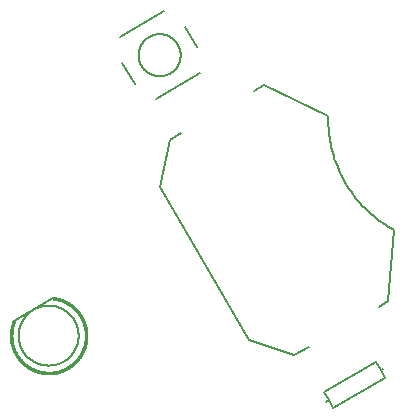
<source format=gbo>
G75*
%MOIN*%
%OFA0B0*%
%FSLAX25Y25*%
%IPPOS*%
%LPD*%
%AMOC8*
5,1,8,0,0,1.08239X$1,22.5*
%
%ADD10C,0.00800*%
%ADD11C,0.00100*%
%ADD12C,0.00600*%
D10*
X0267702Y0158460D02*
X0280692Y0165960D01*
X0316373Y0203153D02*
X0319575Y0218867D01*
X0323220Y0220972D01*
X0314836Y0232408D02*
X0329558Y0240908D01*
X0328554Y0249647D02*
X0324589Y0256514D01*
X0317558Y0261692D02*
X0302836Y0253192D01*
X0303805Y0244514D02*
X0307828Y0237545D01*
X0309197Y0247050D02*
X0309199Y0247222D01*
X0309205Y0247393D01*
X0309216Y0247565D01*
X0309231Y0247736D01*
X0309250Y0247907D01*
X0309273Y0248077D01*
X0309300Y0248247D01*
X0309332Y0248416D01*
X0309367Y0248584D01*
X0309407Y0248751D01*
X0309451Y0248917D01*
X0309498Y0249082D01*
X0309550Y0249246D01*
X0309606Y0249408D01*
X0309666Y0249569D01*
X0309730Y0249729D01*
X0309798Y0249887D01*
X0309869Y0250043D01*
X0309944Y0250197D01*
X0310024Y0250350D01*
X0310106Y0250500D01*
X0310193Y0250649D01*
X0310283Y0250795D01*
X0310377Y0250939D01*
X0310474Y0251081D01*
X0310575Y0251220D01*
X0310679Y0251357D01*
X0310786Y0251491D01*
X0310897Y0251622D01*
X0311010Y0251751D01*
X0311127Y0251877D01*
X0311247Y0252000D01*
X0311370Y0252120D01*
X0311496Y0252237D01*
X0311625Y0252350D01*
X0311756Y0252461D01*
X0311890Y0252568D01*
X0312027Y0252672D01*
X0312166Y0252773D01*
X0312308Y0252870D01*
X0312452Y0252964D01*
X0312598Y0253054D01*
X0312747Y0253141D01*
X0312897Y0253223D01*
X0313050Y0253303D01*
X0313204Y0253378D01*
X0313360Y0253449D01*
X0313518Y0253517D01*
X0313678Y0253581D01*
X0313839Y0253641D01*
X0314001Y0253697D01*
X0314165Y0253749D01*
X0314330Y0253796D01*
X0314496Y0253840D01*
X0314663Y0253880D01*
X0314831Y0253915D01*
X0315000Y0253947D01*
X0315170Y0253974D01*
X0315340Y0253997D01*
X0315511Y0254016D01*
X0315682Y0254031D01*
X0315854Y0254042D01*
X0316025Y0254048D01*
X0316197Y0254050D01*
X0316369Y0254048D01*
X0316540Y0254042D01*
X0316712Y0254031D01*
X0316883Y0254016D01*
X0317054Y0253997D01*
X0317224Y0253974D01*
X0317394Y0253947D01*
X0317563Y0253915D01*
X0317731Y0253880D01*
X0317898Y0253840D01*
X0318064Y0253796D01*
X0318229Y0253749D01*
X0318393Y0253697D01*
X0318555Y0253641D01*
X0318716Y0253581D01*
X0318876Y0253517D01*
X0319034Y0253449D01*
X0319190Y0253378D01*
X0319344Y0253303D01*
X0319497Y0253223D01*
X0319647Y0253141D01*
X0319796Y0253054D01*
X0319942Y0252964D01*
X0320086Y0252870D01*
X0320228Y0252773D01*
X0320367Y0252672D01*
X0320504Y0252568D01*
X0320638Y0252461D01*
X0320769Y0252350D01*
X0320898Y0252237D01*
X0321024Y0252120D01*
X0321147Y0252000D01*
X0321267Y0251877D01*
X0321384Y0251751D01*
X0321497Y0251622D01*
X0321608Y0251491D01*
X0321715Y0251357D01*
X0321819Y0251220D01*
X0321920Y0251081D01*
X0322017Y0250939D01*
X0322111Y0250795D01*
X0322201Y0250649D01*
X0322288Y0250500D01*
X0322370Y0250350D01*
X0322450Y0250197D01*
X0322525Y0250043D01*
X0322596Y0249887D01*
X0322664Y0249729D01*
X0322728Y0249569D01*
X0322788Y0249408D01*
X0322844Y0249246D01*
X0322896Y0249082D01*
X0322943Y0248917D01*
X0322987Y0248751D01*
X0323027Y0248584D01*
X0323062Y0248416D01*
X0323094Y0248247D01*
X0323121Y0248077D01*
X0323144Y0247907D01*
X0323163Y0247736D01*
X0323178Y0247565D01*
X0323189Y0247393D01*
X0323195Y0247222D01*
X0323197Y0247050D01*
X0323195Y0246878D01*
X0323189Y0246707D01*
X0323178Y0246535D01*
X0323163Y0246364D01*
X0323144Y0246193D01*
X0323121Y0246023D01*
X0323094Y0245853D01*
X0323062Y0245684D01*
X0323027Y0245516D01*
X0322987Y0245349D01*
X0322943Y0245183D01*
X0322896Y0245018D01*
X0322844Y0244854D01*
X0322788Y0244692D01*
X0322728Y0244531D01*
X0322664Y0244371D01*
X0322596Y0244213D01*
X0322525Y0244057D01*
X0322450Y0243903D01*
X0322370Y0243750D01*
X0322288Y0243600D01*
X0322201Y0243451D01*
X0322111Y0243305D01*
X0322017Y0243161D01*
X0321920Y0243019D01*
X0321819Y0242880D01*
X0321715Y0242743D01*
X0321608Y0242609D01*
X0321497Y0242478D01*
X0321384Y0242349D01*
X0321267Y0242223D01*
X0321147Y0242100D01*
X0321024Y0241980D01*
X0320898Y0241863D01*
X0320769Y0241750D01*
X0320638Y0241639D01*
X0320504Y0241532D01*
X0320367Y0241428D01*
X0320228Y0241327D01*
X0320086Y0241230D01*
X0319942Y0241136D01*
X0319796Y0241046D01*
X0319647Y0240959D01*
X0319497Y0240877D01*
X0319344Y0240797D01*
X0319190Y0240722D01*
X0319034Y0240651D01*
X0318876Y0240583D01*
X0318716Y0240519D01*
X0318555Y0240459D01*
X0318393Y0240403D01*
X0318229Y0240351D01*
X0318064Y0240304D01*
X0317898Y0240260D01*
X0317731Y0240220D01*
X0317563Y0240185D01*
X0317394Y0240153D01*
X0317224Y0240126D01*
X0317054Y0240103D01*
X0316883Y0240084D01*
X0316712Y0240069D01*
X0316540Y0240058D01*
X0316369Y0240052D01*
X0316197Y0240050D01*
X0316025Y0240052D01*
X0315854Y0240058D01*
X0315682Y0240069D01*
X0315511Y0240084D01*
X0315340Y0240103D01*
X0315170Y0240126D01*
X0315000Y0240153D01*
X0314831Y0240185D01*
X0314663Y0240220D01*
X0314496Y0240260D01*
X0314330Y0240304D01*
X0314165Y0240351D01*
X0314001Y0240403D01*
X0313839Y0240459D01*
X0313678Y0240519D01*
X0313518Y0240583D01*
X0313360Y0240651D01*
X0313204Y0240722D01*
X0313050Y0240797D01*
X0312897Y0240877D01*
X0312747Y0240959D01*
X0312598Y0241046D01*
X0312452Y0241136D01*
X0312308Y0241230D01*
X0312166Y0241327D01*
X0312027Y0241428D01*
X0311890Y0241532D01*
X0311756Y0241639D01*
X0311625Y0241750D01*
X0311496Y0241863D01*
X0311370Y0241980D01*
X0311247Y0242100D01*
X0311127Y0242223D01*
X0311010Y0242349D01*
X0310897Y0242478D01*
X0310786Y0242609D01*
X0310679Y0242743D01*
X0310575Y0242880D01*
X0310474Y0243019D01*
X0310377Y0243161D01*
X0310283Y0243305D01*
X0310193Y0243451D01*
X0310106Y0243600D01*
X0310024Y0243750D01*
X0309944Y0243903D01*
X0309869Y0244057D01*
X0309798Y0244213D01*
X0309730Y0244371D01*
X0309666Y0244531D01*
X0309606Y0244692D01*
X0309550Y0244854D01*
X0309498Y0245018D01*
X0309451Y0245183D01*
X0309407Y0245349D01*
X0309367Y0245516D01*
X0309332Y0245684D01*
X0309300Y0245853D01*
X0309273Y0246023D01*
X0309250Y0246193D01*
X0309231Y0246364D01*
X0309216Y0246535D01*
X0309205Y0246707D01*
X0309199Y0246878D01*
X0309197Y0247050D01*
X0347639Y0235070D02*
X0350943Y0236977D01*
X0372378Y0226623D01*
X0372369Y0225602D01*
X0372385Y0224581D01*
X0372425Y0223561D01*
X0372490Y0222543D01*
X0372580Y0221526D01*
X0372694Y0220511D01*
X0372832Y0219500D01*
X0372995Y0218492D01*
X0373183Y0217489D01*
X0373395Y0216490D01*
X0373630Y0215497D01*
X0373890Y0214510D01*
X0374174Y0213529D01*
X0374481Y0212556D01*
X0374812Y0211590D01*
X0375166Y0210632D01*
X0375543Y0209684D01*
X0375943Y0208744D01*
X0376365Y0207815D01*
X0376810Y0206896D01*
X0377277Y0205989D01*
X0377766Y0205093D01*
X0378277Y0204209D01*
X0378808Y0203337D01*
X0379361Y0202479D01*
X0379934Y0201634D01*
X0380528Y0200803D01*
X0381141Y0199988D01*
X0381774Y0199187D01*
X0382426Y0198401D01*
X0383097Y0197632D01*
X0383787Y0196879D01*
X0384494Y0196143D01*
X0385219Y0195425D01*
X0385961Y0194724D01*
X0386720Y0194041D01*
X0387496Y0193377D01*
X0388287Y0192732D01*
X0389093Y0192106D01*
X0389915Y0191500D01*
X0390751Y0190914D01*
X0391600Y0190349D01*
X0392464Y0189804D01*
X0393340Y0189280D01*
X0394229Y0188777D01*
X0394228Y0188777D02*
X0392478Y0165036D01*
X0389174Y0163128D01*
X0388357Y0144648D02*
X0389857Y0142050D01*
X0390723Y0142550D01*
X0389857Y0142050D02*
X0391357Y0139452D01*
X0374037Y0129452D01*
X0372537Y0132050D01*
X0371671Y0131550D01*
X0372537Y0132050D02*
X0371037Y0134648D01*
X0388357Y0144648D01*
X0366054Y0149780D02*
X0361110Y0146926D01*
X0345900Y0152010D01*
X0316373Y0203153D01*
D11*
X0267269Y0158591D02*
X0268097Y0158237D01*
X0268096Y0158237D02*
X0267985Y0157965D01*
X0267880Y0157689D01*
X0267782Y0157411D01*
X0267691Y0157131D01*
X0267607Y0156849D01*
X0267530Y0156564D01*
X0267460Y0156278D01*
X0267397Y0155991D01*
X0267341Y0155701D01*
X0267292Y0155411D01*
X0267250Y0155119D01*
X0267215Y0154827D01*
X0267187Y0154533D01*
X0267167Y0154239D01*
X0267153Y0153945D01*
X0267147Y0153651D01*
X0267149Y0153356D01*
X0267157Y0153061D01*
X0267172Y0152767D01*
X0267195Y0152473D01*
X0267225Y0152180D01*
X0267262Y0151888D01*
X0267306Y0151597D01*
X0267358Y0151307D01*
X0267416Y0151018D01*
X0267481Y0150731D01*
X0267554Y0150445D01*
X0267633Y0150161D01*
X0267720Y0149880D01*
X0267813Y0149600D01*
X0267913Y0149323D01*
X0268019Y0149048D01*
X0268133Y0148776D01*
X0268253Y0148507D01*
X0268379Y0148241D01*
X0268512Y0147978D01*
X0268652Y0147719D01*
X0268798Y0147463D01*
X0268949Y0147210D01*
X0269108Y0146962D01*
X0269272Y0146717D01*
X0269442Y0146476D01*
X0269617Y0146240D01*
X0269799Y0146008D01*
X0269986Y0145781D01*
X0270179Y0145558D01*
X0270377Y0145340D01*
X0270580Y0145126D01*
X0270789Y0144918D01*
X0271002Y0144715D01*
X0271221Y0144518D01*
X0271444Y0144325D01*
X0271672Y0144139D01*
X0271904Y0143957D01*
X0272141Y0143782D01*
X0272382Y0143612D01*
X0272627Y0143449D01*
X0272876Y0143291D01*
X0273129Y0143140D01*
X0273385Y0142994D01*
X0273645Y0142855D01*
X0273908Y0142723D01*
X0274174Y0142597D01*
X0274443Y0142477D01*
X0274715Y0142364D01*
X0274990Y0142258D01*
X0275268Y0142159D01*
X0275547Y0142066D01*
X0275829Y0141980D01*
X0276113Y0141901D01*
X0276399Y0141829D01*
X0276686Y0141765D01*
X0276975Y0141707D01*
X0277265Y0141656D01*
X0277557Y0141612D01*
X0277849Y0141576D01*
X0278142Y0141546D01*
X0278436Y0141524D01*
X0278730Y0141509D01*
X0279025Y0141501D01*
X0279319Y0141501D01*
X0279614Y0141507D01*
X0279908Y0141521D01*
X0280202Y0141542D01*
X0280495Y0141570D01*
X0280788Y0141605D01*
X0281079Y0141648D01*
X0281370Y0141697D01*
X0281659Y0141754D01*
X0281946Y0141818D01*
X0282232Y0141889D01*
X0282517Y0141966D01*
X0282799Y0142051D01*
X0283079Y0142142D01*
X0283357Y0142241D01*
X0283632Y0142346D01*
X0283904Y0142458D01*
X0284174Y0142576D01*
X0284441Y0142701D01*
X0284705Y0142832D01*
X0284965Y0142970D01*
X0285222Y0143114D01*
X0285475Y0143265D01*
X0285725Y0143421D01*
X0285971Y0143584D01*
X0286212Y0143753D01*
X0286450Y0143927D01*
X0286683Y0144107D01*
X0286911Y0144293D01*
X0287135Y0144484D01*
X0287355Y0144681D01*
X0287569Y0144883D01*
X0287778Y0145091D01*
X0287983Y0145303D01*
X0288182Y0145520D01*
X0288375Y0145742D01*
X0288563Y0145969D01*
X0288746Y0146200D01*
X0288923Y0146436D01*
X0289094Y0146676D01*
X0289259Y0146920D01*
X0289418Y0147168D01*
X0289571Y0147419D01*
X0289718Y0147675D01*
X0289858Y0147934D01*
X0289992Y0148196D01*
X0290120Y0148462D01*
X0290241Y0148730D01*
X0290356Y0149002D01*
X0290464Y0149276D01*
X0290565Y0149553D01*
X0290659Y0149832D01*
X0290746Y0150113D01*
X0290827Y0150396D01*
X0290901Y0150682D01*
X0290967Y0150969D01*
X0291027Y0151257D01*
X0291079Y0151547D01*
X0291125Y0151838D01*
X0291163Y0152130D01*
X0291194Y0152423D01*
X0291218Y0152717D01*
X0291235Y0153011D01*
X0291245Y0153306D01*
X0291247Y0153600D01*
X0291242Y0153895D01*
X0291230Y0154189D01*
X0291211Y0154483D01*
X0291184Y0154777D01*
X0291151Y0155069D01*
X0291110Y0155361D01*
X0291062Y0155652D01*
X0291007Y0155941D01*
X0290945Y0156229D01*
X0290876Y0156516D01*
X0290800Y0156800D01*
X0290717Y0157083D01*
X0290628Y0157364D01*
X0290531Y0157642D01*
X0290428Y0157918D01*
X0290317Y0158191D01*
X0290201Y0158462D01*
X0290077Y0158729D01*
X0289947Y0158994D01*
X0289811Y0159255D01*
X0289668Y0159513D01*
X0289519Y0159767D01*
X0289364Y0160017D01*
X0289203Y0160264D01*
X0289036Y0160507D01*
X0288863Y0160745D01*
X0288684Y0160979D01*
X0288500Y0161209D01*
X0288310Y0161434D01*
X0288114Y0161655D01*
X0287914Y0161870D01*
X0287708Y0162081D01*
X0287496Y0162286D01*
X0287280Y0162487D01*
X0287059Y0162681D01*
X0286834Y0162871D01*
X0286604Y0163055D01*
X0286369Y0163233D01*
X0286130Y0163406D01*
X0285887Y0163572D01*
X0285640Y0163733D01*
X0285389Y0163887D01*
X0285135Y0164035D01*
X0284877Y0164178D01*
X0284615Y0164313D01*
X0284350Y0164442D01*
X0284083Y0164565D01*
X0283812Y0164681D01*
X0283538Y0164791D01*
X0283262Y0164894D01*
X0282984Y0164990D01*
X0282703Y0165079D01*
X0282420Y0165161D01*
X0282135Y0165236D01*
X0281848Y0165305D01*
X0281560Y0165366D01*
X0281271Y0165420D01*
X0280980Y0165467D01*
X0280688Y0165507D01*
X0280795Y0166400D01*
X0280796Y0166401D01*
X0281109Y0166358D01*
X0281422Y0166307D01*
X0281733Y0166249D01*
X0282043Y0166183D01*
X0282351Y0166110D01*
X0282657Y0166029D01*
X0282961Y0165941D01*
X0283263Y0165845D01*
X0283563Y0165742D01*
X0283859Y0165632D01*
X0284153Y0165514D01*
X0284444Y0165389D01*
X0284732Y0165257D01*
X0285017Y0165119D01*
X0285298Y0164973D01*
X0285576Y0164820D01*
X0285849Y0164661D01*
X0286119Y0164495D01*
X0286384Y0164322D01*
X0286646Y0164143D01*
X0286902Y0163958D01*
X0287155Y0163767D01*
X0287402Y0163569D01*
X0287645Y0163365D01*
X0287882Y0163156D01*
X0288114Y0162941D01*
X0288341Y0162720D01*
X0288563Y0162493D01*
X0288779Y0162262D01*
X0288989Y0162025D01*
X0289193Y0161783D01*
X0289391Y0161536D01*
X0289584Y0161284D01*
X0289770Y0161028D01*
X0289949Y0160767D01*
X0290123Y0160502D01*
X0290289Y0160233D01*
X0290449Y0159960D01*
X0290603Y0159683D01*
X0290749Y0159402D01*
X0290889Y0159118D01*
X0291022Y0158830D01*
X0291147Y0158540D01*
X0291266Y0158246D01*
X0291377Y0157950D01*
X0291481Y0157650D01*
X0291577Y0157349D01*
X0291666Y0157045D01*
X0291748Y0156739D01*
X0291822Y0156431D01*
X0291889Y0156122D01*
X0291948Y0155811D01*
X0292000Y0155498D01*
X0292043Y0155185D01*
X0292080Y0154870D01*
X0292108Y0154555D01*
X0292129Y0154239D01*
X0292142Y0153922D01*
X0292147Y0153606D01*
X0292144Y0153289D01*
X0292134Y0152972D01*
X0292116Y0152656D01*
X0292090Y0152341D01*
X0292057Y0152026D01*
X0292016Y0151712D01*
X0291967Y0151399D01*
X0291911Y0151087D01*
X0291847Y0150777D01*
X0291775Y0150469D01*
X0291696Y0150162D01*
X0291609Y0149857D01*
X0291515Y0149555D01*
X0291414Y0149255D01*
X0291305Y0148958D01*
X0291189Y0148663D01*
X0291066Y0148371D01*
X0290936Y0148083D01*
X0290799Y0147797D01*
X0290655Y0147515D01*
X0290504Y0147237D01*
X0290346Y0146962D01*
X0290182Y0146692D01*
X0290011Y0146425D01*
X0289833Y0146163D01*
X0289650Y0145905D01*
X0289460Y0145652D01*
X0289263Y0145403D01*
X0289061Y0145159D01*
X0288853Y0144921D01*
X0288639Y0144687D01*
X0288420Y0144459D01*
X0288195Y0144236D01*
X0287964Y0144019D01*
X0287728Y0143807D01*
X0287488Y0143602D01*
X0287242Y0143402D01*
X0286991Y0143208D01*
X0286736Y0143021D01*
X0286477Y0142840D01*
X0286213Y0142665D01*
X0285944Y0142497D01*
X0285672Y0142335D01*
X0285396Y0142180D01*
X0285116Y0142032D01*
X0284833Y0141891D01*
X0284546Y0141756D01*
X0284256Y0141629D01*
X0283963Y0141509D01*
X0283667Y0141396D01*
X0283369Y0141290D01*
X0283068Y0141192D01*
X0282764Y0141101D01*
X0282459Y0141017D01*
X0282151Y0140941D01*
X0281842Y0140873D01*
X0281531Y0140812D01*
X0281219Y0140759D01*
X0280906Y0140713D01*
X0280592Y0140675D01*
X0280276Y0140645D01*
X0279960Y0140623D01*
X0279644Y0140608D01*
X0279328Y0140601D01*
X0279011Y0140601D01*
X0278694Y0140610D01*
X0278378Y0140626D01*
X0278062Y0140650D01*
X0277747Y0140681D01*
X0277433Y0140721D01*
X0277120Y0140768D01*
X0276808Y0140822D01*
X0276497Y0140884D01*
X0276189Y0140954D01*
X0275882Y0141032D01*
X0275576Y0141116D01*
X0275273Y0141209D01*
X0274973Y0141308D01*
X0274675Y0141415D01*
X0274379Y0141529D01*
X0274087Y0141651D01*
X0273798Y0141779D01*
X0273511Y0141915D01*
X0273229Y0142057D01*
X0272949Y0142207D01*
X0272674Y0142363D01*
X0272402Y0142526D01*
X0272135Y0142695D01*
X0271872Y0142871D01*
X0271613Y0143053D01*
X0271358Y0143242D01*
X0271109Y0143437D01*
X0270864Y0143637D01*
X0270624Y0143844D01*
X0270389Y0144057D01*
X0270160Y0144275D01*
X0269935Y0144499D01*
X0269717Y0144728D01*
X0269504Y0144962D01*
X0269297Y0145202D01*
X0269096Y0145446D01*
X0268901Y0145696D01*
X0268712Y0145950D01*
X0268529Y0146209D01*
X0268353Y0146472D01*
X0268183Y0146739D01*
X0268020Y0147010D01*
X0267863Y0147285D01*
X0267713Y0147564D01*
X0267570Y0147847D01*
X0267434Y0148133D01*
X0267305Y0148422D01*
X0267184Y0148715D01*
X0267069Y0149010D01*
X0266962Y0149308D01*
X0266862Y0149608D01*
X0266769Y0149911D01*
X0266684Y0150216D01*
X0266606Y0150523D01*
X0266536Y0150832D01*
X0266473Y0151142D01*
X0266418Y0151454D01*
X0266370Y0151767D01*
X0266331Y0152081D01*
X0266299Y0152396D01*
X0266274Y0152712D01*
X0266258Y0153028D01*
X0266249Y0153345D01*
X0266247Y0153661D01*
X0266254Y0153978D01*
X0266268Y0154294D01*
X0266290Y0154610D01*
X0266320Y0154925D01*
X0266358Y0155240D01*
X0266403Y0155553D01*
X0266456Y0155865D01*
X0266516Y0156176D01*
X0266584Y0156485D01*
X0266660Y0156793D01*
X0266743Y0157099D01*
X0266833Y0157402D01*
X0266931Y0157703D01*
X0267036Y0158002D01*
X0267149Y0158298D01*
X0267268Y0158591D01*
X0267355Y0158554D01*
X0267236Y0158263D01*
X0267124Y0157969D01*
X0267020Y0157673D01*
X0266923Y0157374D01*
X0266833Y0157072D01*
X0266751Y0156769D01*
X0266676Y0156464D01*
X0266608Y0156157D01*
X0266548Y0155848D01*
X0266496Y0155538D01*
X0266451Y0155227D01*
X0266414Y0154915D01*
X0266384Y0154602D01*
X0266362Y0154288D01*
X0266348Y0153974D01*
X0266341Y0153660D01*
X0266343Y0153346D01*
X0266351Y0153031D01*
X0266368Y0152718D01*
X0266392Y0152404D01*
X0266424Y0152091D01*
X0266463Y0151779D01*
X0266511Y0151469D01*
X0266565Y0151159D01*
X0266628Y0150851D01*
X0266697Y0150544D01*
X0266774Y0150240D01*
X0266859Y0149937D01*
X0266951Y0149636D01*
X0267051Y0149338D01*
X0267157Y0149042D01*
X0267271Y0148749D01*
X0267392Y0148459D01*
X0267520Y0148172D01*
X0267655Y0147888D01*
X0267797Y0147608D01*
X0267945Y0147331D01*
X0268101Y0147057D01*
X0268263Y0146788D01*
X0268432Y0146523D01*
X0268607Y0146262D01*
X0268788Y0146005D01*
X0268976Y0145753D01*
X0269169Y0145505D01*
X0269369Y0145262D01*
X0269575Y0145024D01*
X0269786Y0144792D01*
X0270003Y0144564D01*
X0270225Y0144342D01*
X0270453Y0144126D01*
X0270686Y0143915D01*
X0270924Y0143709D01*
X0271167Y0143510D01*
X0271415Y0143317D01*
X0271668Y0143129D01*
X0271925Y0142948D01*
X0272186Y0142774D01*
X0272452Y0142606D01*
X0272721Y0142444D01*
X0272995Y0142289D01*
X0273272Y0142141D01*
X0273553Y0141999D01*
X0273837Y0141865D01*
X0274124Y0141737D01*
X0274415Y0141617D01*
X0274708Y0141503D01*
X0275004Y0141397D01*
X0275302Y0141298D01*
X0275603Y0141207D01*
X0275906Y0141122D01*
X0276211Y0141046D01*
X0276517Y0140976D01*
X0276825Y0140915D01*
X0277135Y0140860D01*
X0277446Y0140814D01*
X0277758Y0140775D01*
X0278071Y0140743D01*
X0278384Y0140720D01*
X0278698Y0140704D01*
X0279012Y0140695D01*
X0279327Y0140695D01*
X0279641Y0140702D01*
X0279955Y0140716D01*
X0280269Y0140739D01*
X0280581Y0140769D01*
X0280894Y0140806D01*
X0281205Y0140852D01*
X0281515Y0140905D01*
X0281823Y0140965D01*
X0282130Y0141033D01*
X0282435Y0141108D01*
X0282738Y0141191D01*
X0283039Y0141282D01*
X0283338Y0141379D01*
X0283635Y0141484D01*
X0283928Y0141596D01*
X0284219Y0141716D01*
X0284507Y0141842D01*
X0284792Y0141975D01*
X0285073Y0142115D01*
X0285351Y0142263D01*
X0285625Y0142416D01*
X0285895Y0142577D01*
X0286162Y0142744D01*
X0286424Y0142917D01*
X0286682Y0143097D01*
X0286935Y0143283D01*
X0287184Y0143476D01*
X0287428Y0143674D01*
X0287667Y0143878D01*
X0287900Y0144088D01*
X0288129Y0144304D01*
X0288353Y0144525D01*
X0288571Y0144752D01*
X0288783Y0144983D01*
X0288989Y0145220D01*
X0289190Y0145462D01*
X0289385Y0145709D01*
X0289574Y0145960D01*
X0289756Y0146216D01*
X0289932Y0146477D01*
X0290102Y0146741D01*
X0290265Y0147010D01*
X0290422Y0147283D01*
X0290572Y0147559D01*
X0290715Y0147839D01*
X0290851Y0148122D01*
X0290980Y0148409D01*
X0291102Y0148698D01*
X0291217Y0148991D01*
X0291325Y0149286D01*
X0291426Y0149584D01*
X0291519Y0149884D01*
X0291605Y0150187D01*
X0291684Y0150491D01*
X0291755Y0150797D01*
X0291818Y0151105D01*
X0291874Y0151414D01*
X0291923Y0151725D01*
X0291964Y0152037D01*
X0291997Y0152349D01*
X0292022Y0152663D01*
X0292040Y0152976D01*
X0292050Y0153291D01*
X0292053Y0153605D01*
X0292048Y0153919D01*
X0292035Y0154233D01*
X0292014Y0154547D01*
X0291986Y0154860D01*
X0291950Y0155173D01*
X0291907Y0155484D01*
X0291856Y0155794D01*
X0291797Y0156103D01*
X0291731Y0156410D01*
X0291657Y0156716D01*
X0291576Y0157019D01*
X0291487Y0157321D01*
X0291392Y0157621D01*
X0291288Y0157917D01*
X0291178Y0158212D01*
X0291060Y0158503D01*
X0290936Y0158792D01*
X0290804Y0159077D01*
X0290665Y0159360D01*
X0290520Y0159638D01*
X0290368Y0159913D01*
X0290209Y0160184D01*
X0290043Y0160452D01*
X0289871Y0160715D01*
X0289693Y0160974D01*
X0289508Y0161228D01*
X0289317Y0161478D01*
X0289121Y0161723D01*
X0288918Y0161963D01*
X0288709Y0162198D01*
X0288495Y0162428D01*
X0288275Y0162653D01*
X0288050Y0162872D01*
X0287819Y0163086D01*
X0287583Y0163294D01*
X0287343Y0163496D01*
X0287097Y0163692D01*
X0286847Y0163882D01*
X0286592Y0164066D01*
X0286332Y0164244D01*
X0286069Y0164415D01*
X0285801Y0164580D01*
X0285529Y0164738D01*
X0285254Y0164890D01*
X0284975Y0165034D01*
X0284692Y0165172D01*
X0284407Y0165303D01*
X0284118Y0165427D01*
X0283826Y0165544D01*
X0283531Y0165653D01*
X0283234Y0165756D01*
X0282934Y0165851D01*
X0282632Y0165938D01*
X0282328Y0166019D01*
X0282023Y0166092D01*
X0281715Y0166157D01*
X0281406Y0166215D01*
X0281096Y0166265D01*
X0280784Y0166308D01*
X0280773Y0166214D01*
X0281082Y0166172D01*
X0281390Y0166122D01*
X0281697Y0166065D01*
X0282002Y0166000D01*
X0282306Y0165928D01*
X0282608Y0165848D01*
X0282907Y0165761D01*
X0283205Y0165666D01*
X0283500Y0165565D01*
X0283792Y0165456D01*
X0284082Y0165340D01*
X0284369Y0165217D01*
X0284653Y0165087D01*
X0284933Y0164950D01*
X0285210Y0164807D01*
X0285483Y0164656D01*
X0285753Y0164499D01*
X0286019Y0164336D01*
X0286281Y0164166D01*
X0286538Y0163989D01*
X0286791Y0163807D01*
X0287040Y0163618D01*
X0287283Y0163423D01*
X0287522Y0163223D01*
X0287756Y0163016D01*
X0287985Y0162804D01*
X0288209Y0162586D01*
X0288427Y0162363D01*
X0288640Y0162135D01*
X0288847Y0161902D01*
X0289048Y0161663D01*
X0289244Y0161420D01*
X0289433Y0161172D01*
X0289616Y0160919D01*
X0289793Y0160662D01*
X0289964Y0160401D01*
X0290128Y0160136D01*
X0290286Y0159867D01*
X0290437Y0159593D01*
X0290582Y0159317D01*
X0290719Y0159037D01*
X0290850Y0158753D01*
X0290974Y0158467D01*
X0291090Y0158178D01*
X0291200Y0157885D01*
X0291302Y0157591D01*
X0291398Y0157293D01*
X0291486Y0156994D01*
X0291566Y0156692D01*
X0291639Y0156389D01*
X0291705Y0156084D01*
X0291763Y0155777D01*
X0291814Y0155470D01*
X0291857Y0155160D01*
X0291893Y0154850D01*
X0291921Y0154540D01*
X0291941Y0154228D01*
X0291954Y0153916D01*
X0291959Y0153604D01*
X0291956Y0153292D01*
X0291946Y0152981D01*
X0291929Y0152669D01*
X0291903Y0152358D01*
X0291870Y0152048D01*
X0291830Y0151738D01*
X0291782Y0151430D01*
X0291726Y0151123D01*
X0291663Y0150817D01*
X0291592Y0150513D01*
X0291514Y0150211D01*
X0291429Y0149911D01*
X0291337Y0149613D01*
X0291237Y0149317D01*
X0291130Y0149024D01*
X0291015Y0148734D01*
X0290894Y0148446D01*
X0290766Y0148162D01*
X0290631Y0147881D01*
X0290488Y0147603D01*
X0290340Y0147328D01*
X0290184Y0147058D01*
X0290022Y0146791D01*
X0289854Y0146528D01*
X0289679Y0146270D01*
X0289498Y0146016D01*
X0289310Y0145766D01*
X0289117Y0145521D01*
X0288918Y0145281D01*
X0288713Y0145046D01*
X0288502Y0144816D01*
X0288286Y0144591D01*
X0288064Y0144371D01*
X0287837Y0144157D01*
X0287605Y0143949D01*
X0287367Y0143746D01*
X0287125Y0143549D01*
X0286878Y0143359D01*
X0286627Y0143174D01*
X0286371Y0142995D01*
X0286111Y0142823D01*
X0285846Y0142657D01*
X0285578Y0142498D01*
X0285306Y0142345D01*
X0285030Y0142199D01*
X0284751Y0142060D01*
X0284468Y0141927D01*
X0284182Y0141802D01*
X0283894Y0141684D01*
X0283602Y0141572D01*
X0283308Y0141468D01*
X0283011Y0141371D01*
X0282712Y0141282D01*
X0282411Y0141199D01*
X0282109Y0141125D01*
X0281804Y0141057D01*
X0281498Y0140997D01*
X0281190Y0140945D01*
X0280881Y0140900D01*
X0280571Y0140862D01*
X0280261Y0140832D01*
X0279949Y0140810D01*
X0279638Y0140796D01*
X0279326Y0140789D01*
X0279014Y0140789D01*
X0278702Y0140798D01*
X0278390Y0140814D01*
X0278079Y0140837D01*
X0277768Y0140868D01*
X0277459Y0140907D01*
X0277150Y0140953D01*
X0276843Y0141007D01*
X0276537Y0141068D01*
X0276232Y0141137D01*
X0275930Y0141213D01*
X0275629Y0141297D01*
X0275331Y0141388D01*
X0275034Y0141486D01*
X0274741Y0141591D01*
X0274450Y0141704D01*
X0274161Y0141823D01*
X0273876Y0141950D01*
X0273594Y0142084D01*
X0273316Y0142224D01*
X0273040Y0142371D01*
X0272769Y0142525D01*
X0272501Y0142686D01*
X0272238Y0142853D01*
X0271978Y0143026D01*
X0271723Y0143206D01*
X0271472Y0143391D01*
X0271226Y0143583D01*
X0270985Y0143781D01*
X0270749Y0143985D01*
X0270517Y0144194D01*
X0270291Y0144409D01*
X0270070Y0144630D01*
X0269855Y0144856D01*
X0269645Y0145087D01*
X0269441Y0145323D01*
X0269243Y0145564D01*
X0269050Y0145809D01*
X0268864Y0146060D01*
X0268684Y0146315D01*
X0268510Y0146574D01*
X0268343Y0146837D01*
X0268182Y0147105D01*
X0268028Y0147376D01*
X0267880Y0147651D01*
X0267739Y0147929D01*
X0267605Y0148211D01*
X0267478Y0148496D01*
X0267358Y0148784D01*
X0267245Y0149075D01*
X0267139Y0149369D01*
X0267041Y0149665D01*
X0266949Y0149963D01*
X0266865Y0150264D01*
X0266789Y0150566D01*
X0266719Y0150870D01*
X0266658Y0151176D01*
X0266603Y0151484D01*
X0266557Y0151792D01*
X0266517Y0152102D01*
X0266486Y0152412D01*
X0266462Y0152723D01*
X0266445Y0153035D01*
X0266437Y0153347D01*
X0266435Y0153659D01*
X0266442Y0153971D01*
X0266456Y0154283D01*
X0266478Y0154594D01*
X0266507Y0154905D01*
X0266544Y0155215D01*
X0266588Y0155523D01*
X0266641Y0155831D01*
X0266700Y0156137D01*
X0266767Y0156442D01*
X0266841Y0156745D01*
X0266923Y0157046D01*
X0267012Y0157345D01*
X0267109Y0157642D01*
X0267213Y0157937D01*
X0267323Y0158228D01*
X0267441Y0158517D01*
X0267528Y0158480D01*
X0267411Y0158193D01*
X0267301Y0157904D01*
X0267198Y0157612D01*
X0267102Y0157317D01*
X0267014Y0157020D01*
X0266932Y0156721D01*
X0266859Y0156421D01*
X0266792Y0156118D01*
X0266733Y0155814D01*
X0266681Y0155509D01*
X0266637Y0155202D01*
X0266601Y0154894D01*
X0266571Y0154586D01*
X0266550Y0154277D01*
X0266536Y0153968D01*
X0266529Y0153658D01*
X0266531Y0153348D01*
X0266539Y0153038D01*
X0266556Y0152729D01*
X0266579Y0152420D01*
X0266611Y0152112D01*
X0266650Y0151805D01*
X0266696Y0151499D01*
X0266750Y0151194D01*
X0266811Y0150890D01*
X0266880Y0150588D01*
X0266956Y0150288D01*
X0267040Y0149989D01*
X0267130Y0149693D01*
X0267228Y0149399D01*
X0267333Y0149108D01*
X0267446Y0148819D01*
X0267565Y0148533D01*
X0267691Y0148250D01*
X0267824Y0147971D01*
X0267964Y0147694D01*
X0268110Y0147421D01*
X0268263Y0147152D01*
X0268423Y0146887D01*
X0268589Y0146625D01*
X0268762Y0146368D01*
X0268940Y0146115D01*
X0269125Y0145866D01*
X0269316Y0145622D01*
X0269513Y0145383D01*
X0269716Y0145149D01*
X0269924Y0144920D01*
X0270138Y0144695D01*
X0270357Y0144477D01*
X0270581Y0144263D01*
X0270811Y0144055D01*
X0271046Y0143853D01*
X0271285Y0143657D01*
X0271529Y0143466D01*
X0271778Y0143282D01*
X0272031Y0143103D01*
X0272289Y0142931D01*
X0272551Y0142766D01*
X0272816Y0142606D01*
X0273086Y0142454D01*
X0273359Y0142307D01*
X0273636Y0142168D01*
X0273916Y0142035D01*
X0274199Y0141910D01*
X0274485Y0141791D01*
X0274774Y0141679D01*
X0275065Y0141575D01*
X0275359Y0141477D01*
X0275656Y0141387D01*
X0275954Y0141304D01*
X0276254Y0141228D01*
X0276557Y0141160D01*
X0276860Y0141099D01*
X0277165Y0141046D01*
X0277472Y0141000D01*
X0277779Y0140962D01*
X0278087Y0140931D01*
X0278396Y0140907D01*
X0278706Y0140892D01*
X0279015Y0140883D01*
X0279325Y0140883D01*
X0279635Y0140890D01*
X0279944Y0140904D01*
X0280253Y0140926D01*
X0280561Y0140956D01*
X0280869Y0140993D01*
X0281175Y0141037D01*
X0281481Y0141090D01*
X0281785Y0141149D01*
X0282087Y0141216D01*
X0282388Y0141290D01*
X0282687Y0141372D01*
X0282983Y0141461D01*
X0283278Y0141557D01*
X0283570Y0141661D01*
X0283859Y0141771D01*
X0284146Y0141889D01*
X0284429Y0142013D01*
X0284710Y0142144D01*
X0284987Y0142283D01*
X0285261Y0142428D01*
X0285531Y0142579D01*
X0285797Y0142737D01*
X0286060Y0142902D01*
X0286318Y0143073D01*
X0286572Y0143250D01*
X0286822Y0143434D01*
X0287067Y0143623D01*
X0287307Y0143818D01*
X0287543Y0144020D01*
X0287773Y0144226D01*
X0287999Y0144439D01*
X0288219Y0144657D01*
X0288433Y0144880D01*
X0288643Y0145109D01*
X0288846Y0145342D01*
X0289044Y0145580D01*
X0289236Y0145824D01*
X0289422Y0146071D01*
X0289602Y0146324D01*
X0289775Y0146580D01*
X0289942Y0146841D01*
X0290103Y0147106D01*
X0290258Y0147374D01*
X0290405Y0147646D01*
X0290546Y0147922D01*
X0290680Y0148201D01*
X0290808Y0148484D01*
X0290928Y0148769D01*
X0291042Y0149057D01*
X0291148Y0149348D01*
X0291247Y0149642D01*
X0291339Y0149938D01*
X0291424Y0150236D01*
X0291501Y0150535D01*
X0291571Y0150837D01*
X0291634Y0151141D01*
X0291689Y0151445D01*
X0291737Y0151751D01*
X0291777Y0152059D01*
X0291810Y0152367D01*
X0291835Y0152675D01*
X0291852Y0152985D01*
X0291862Y0153294D01*
X0291865Y0153604D01*
X0291860Y0153914D01*
X0291847Y0154223D01*
X0291827Y0154532D01*
X0291799Y0154841D01*
X0291764Y0155148D01*
X0291721Y0155455D01*
X0291671Y0155761D01*
X0291613Y0156065D01*
X0291548Y0156368D01*
X0291475Y0156669D01*
X0291395Y0156968D01*
X0291308Y0157266D01*
X0291213Y0157561D01*
X0291112Y0157853D01*
X0291003Y0158143D01*
X0290887Y0158431D01*
X0290764Y0158715D01*
X0290635Y0158996D01*
X0290498Y0159274D01*
X0290355Y0159549D01*
X0290205Y0159820D01*
X0290048Y0160087D01*
X0289885Y0160350D01*
X0289716Y0160610D01*
X0289540Y0160865D01*
X0289358Y0161115D01*
X0289170Y0161362D01*
X0288976Y0161603D01*
X0288776Y0161840D01*
X0288570Y0162072D01*
X0288359Y0162298D01*
X0288143Y0162520D01*
X0287921Y0162736D01*
X0287693Y0162946D01*
X0287461Y0163151D01*
X0287224Y0163350D01*
X0286982Y0163544D01*
X0286735Y0163731D01*
X0286484Y0163912D01*
X0286229Y0164087D01*
X0285969Y0164256D01*
X0285705Y0164418D01*
X0285437Y0164574D01*
X0285166Y0164724D01*
X0284891Y0164866D01*
X0284613Y0165002D01*
X0284331Y0165131D01*
X0284046Y0165253D01*
X0283759Y0165368D01*
X0283468Y0165476D01*
X0283176Y0165577D01*
X0282880Y0165671D01*
X0282583Y0165757D01*
X0282283Y0165836D01*
X0281982Y0165908D01*
X0281679Y0165972D01*
X0281375Y0166029D01*
X0281069Y0166079D01*
X0280762Y0166121D01*
X0280751Y0166028D01*
X0281055Y0165986D01*
X0281359Y0165937D01*
X0281661Y0165880D01*
X0281962Y0165816D01*
X0282261Y0165745D01*
X0282558Y0165666D01*
X0282853Y0165581D01*
X0283146Y0165488D01*
X0283437Y0165388D01*
X0283725Y0165280D01*
X0284011Y0165166D01*
X0284293Y0165045D01*
X0284573Y0164917D01*
X0284849Y0164782D01*
X0285122Y0164641D01*
X0285391Y0164492D01*
X0285657Y0164338D01*
X0285919Y0164176D01*
X0286177Y0164009D01*
X0286430Y0163835D01*
X0286680Y0163655D01*
X0286924Y0163469D01*
X0287165Y0163277D01*
X0287400Y0163080D01*
X0287631Y0162876D01*
X0287856Y0162667D01*
X0288076Y0162453D01*
X0288292Y0162233D01*
X0288501Y0162008D01*
X0288705Y0161778D01*
X0288903Y0161543D01*
X0289096Y0161303D01*
X0289283Y0161059D01*
X0289463Y0160810D01*
X0289638Y0160557D01*
X0289806Y0160300D01*
X0289968Y0160038D01*
X0290123Y0159773D01*
X0290272Y0159504D01*
X0290414Y0159232D01*
X0290550Y0158956D01*
X0290679Y0158676D01*
X0290800Y0158394D01*
X0290915Y0158109D01*
X0291023Y0157821D01*
X0291124Y0157531D01*
X0291218Y0157238D01*
X0291305Y0156943D01*
X0291384Y0156646D01*
X0291456Y0156347D01*
X0291521Y0156046D01*
X0291578Y0155744D01*
X0291628Y0155441D01*
X0291671Y0155136D01*
X0291706Y0154831D01*
X0291733Y0154525D01*
X0291753Y0154218D01*
X0291766Y0153911D01*
X0291771Y0153603D01*
X0291768Y0153296D01*
X0291758Y0152989D01*
X0291741Y0152682D01*
X0291716Y0152375D01*
X0291684Y0152069D01*
X0291644Y0151765D01*
X0291596Y0151461D01*
X0291541Y0151158D01*
X0291479Y0150857D01*
X0291410Y0150558D01*
X0291333Y0150260D01*
X0291249Y0149964D01*
X0291158Y0149671D01*
X0291059Y0149379D01*
X0290954Y0149091D01*
X0290841Y0148805D01*
X0290722Y0148521D01*
X0290595Y0148241D01*
X0290462Y0147964D01*
X0290322Y0147690D01*
X0290175Y0147420D01*
X0290022Y0147153D01*
X0289863Y0146891D01*
X0289697Y0146632D01*
X0289524Y0146377D01*
X0289346Y0146127D01*
X0289161Y0145881D01*
X0288971Y0145639D01*
X0288775Y0145403D01*
X0288573Y0145171D01*
X0288365Y0144944D01*
X0288152Y0144723D01*
X0287933Y0144507D01*
X0287709Y0144296D01*
X0287481Y0144090D01*
X0287247Y0143891D01*
X0287008Y0143697D01*
X0286765Y0143509D01*
X0286517Y0143327D01*
X0286265Y0143151D01*
X0286009Y0142981D01*
X0285748Y0142818D01*
X0285484Y0142661D01*
X0285216Y0142510D01*
X0284944Y0142366D01*
X0284669Y0142229D01*
X0284391Y0142099D01*
X0284109Y0141975D01*
X0283825Y0141859D01*
X0283537Y0141749D01*
X0283247Y0141646D01*
X0282955Y0141551D01*
X0282661Y0141462D01*
X0282364Y0141381D01*
X0282066Y0141308D01*
X0281766Y0141241D01*
X0281464Y0141182D01*
X0281161Y0141130D01*
X0280856Y0141086D01*
X0280551Y0141049D01*
X0280245Y0141020D01*
X0279939Y0140998D01*
X0279631Y0140984D01*
X0279324Y0140977D01*
X0279017Y0140977D01*
X0278709Y0140985D01*
X0278402Y0141001D01*
X0278096Y0141024D01*
X0277790Y0141055D01*
X0277485Y0141093D01*
X0277181Y0141139D01*
X0276878Y0141192D01*
X0276576Y0141252D01*
X0276276Y0141320D01*
X0275978Y0141395D01*
X0275682Y0141477D01*
X0275388Y0141567D01*
X0275096Y0141664D01*
X0274807Y0141767D01*
X0274520Y0141878D01*
X0274236Y0141996D01*
X0273955Y0142121D01*
X0273677Y0142252D01*
X0273402Y0142391D01*
X0273131Y0142536D01*
X0272864Y0142687D01*
X0272600Y0142845D01*
X0272340Y0143010D01*
X0272085Y0143181D01*
X0271833Y0143358D01*
X0271586Y0143541D01*
X0271344Y0143730D01*
X0271106Y0143925D01*
X0270873Y0144126D01*
X0270645Y0144332D01*
X0270422Y0144544D01*
X0270205Y0144761D01*
X0269993Y0144983D01*
X0269786Y0145211D01*
X0269585Y0145444D01*
X0269390Y0145681D01*
X0269200Y0145923D01*
X0269017Y0146170D01*
X0268839Y0146421D01*
X0268668Y0146676D01*
X0268503Y0146936D01*
X0268345Y0147199D01*
X0268193Y0147467D01*
X0268047Y0147737D01*
X0267908Y0148012D01*
X0267776Y0148289D01*
X0267651Y0148570D01*
X0267533Y0148854D01*
X0267421Y0149141D01*
X0267317Y0149430D01*
X0267220Y0149721D01*
X0267130Y0150015D01*
X0267047Y0150312D01*
X0266972Y0150610D01*
X0266903Y0150909D01*
X0266843Y0151211D01*
X0266789Y0151513D01*
X0266743Y0151817D01*
X0266704Y0152122D01*
X0266673Y0152428D01*
X0266649Y0152735D01*
X0266633Y0153042D01*
X0266625Y0153349D01*
X0266623Y0153657D01*
X0266630Y0153964D01*
X0266644Y0154271D01*
X0266665Y0154578D01*
X0266694Y0154884D01*
X0266730Y0155189D01*
X0266774Y0155494D01*
X0266825Y0155797D01*
X0266884Y0156099D01*
X0266950Y0156399D01*
X0267023Y0156697D01*
X0267104Y0156994D01*
X0267192Y0157289D01*
X0267287Y0157581D01*
X0267389Y0157871D01*
X0267498Y0158159D01*
X0267614Y0158443D01*
X0267701Y0158406D01*
X0267585Y0158124D01*
X0267477Y0157839D01*
X0267376Y0157551D01*
X0267281Y0157261D01*
X0267194Y0156968D01*
X0267114Y0156674D01*
X0267041Y0156377D01*
X0266976Y0156079D01*
X0266918Y0155780D01*
X0266867Y0155479D01*
X0266823Y0155177D01*
X0266787Y0154874D01*
X0266759Y0154570D01*
X0266738Y0154266D01*
X0266724Y0153961D01*
X0266717Y0153656D01*
X0266719Y0153350D01*
X0266727Y0153045D01*
X0266743Y0152741D01*
X0266767Y0152436D01*
X0266798Y0152133D01*
X0266836Y0151830D01*
X0266882Y0151528D01*
X0266935Y0151228D01*
X0266995Y0150929D01*
X0267063Y0150631D01*
X0267138Y0150336D01*
X0267220Y0150042D01*
X0267310Y0149750D01*
X0267406Y0149460D01*
X0267510Y0149173D01*
X0267620Y0148889D01*
X0267738Y0148607D01*
X0267862Y0148329D01*
X0267993Y0148053D01*
X0268131Y0147781D01*
X0268275Y0147512D01*
X0268426Y0147247D01*
X0268583Y0146985D01*
X0268747Y0146728D01*
X0268917Y0146474D01*
X0269093Y0146225D01*
X0269275Y0145980D01*
X0269463Y0145740D01*
X0269657Y0145504D01*
X0269856Y0145273D01*
X0270062Y0145047D01*
X0270272Y0144826D01*
X0270488Y0144611D01*
X0270709Y0144401D01*
X0270936Y0144196D01*
X0271167Y0143997D01*
X0271403Y0143803D01*
X0271643Y0143616D01*
X0271889Y0143434D01*
X0272138Y0143258D01*
X0272392Y0143089D01*
X0272650Y0142925D01*
X0272911Y0142769D01*
X0273177Y0142618D01*
X0273446Y0142474D01*
X0273718Y0142337D01*
X0273994Y0142206D01*
X0274273Y0142082D01*
X0274555Y0141965D01*
X0274840Y0141855D01*
X0275127Y0141752D01*
X0275416Y0141656D01*
X0275708Y0141568D01*
X0276002Y0141486D01*
X0276298Y0141411D01*
X0276596Y0141344D01*
X0276895Y0141284D01*
X0277196Y0141232D01*
X0277498Y0141186D01*
X0277800Y0141148D01*
X0278104Y0141118D01*
X0278408Y0141095D01*
X0278713Y0141079D01*
X0279018Y0141071D01*
X0279323Y0141071D01*
X0279628Y0141077D01*
X0279933Y0141092D01*
X0280237Y0141113D01*
X0280541Y0141143D01*
X0280844Y0141179D01*
X0281146Y0141223D01*
X0281447Y0141274D01*
X0281746Y0141333D01*
X0282044Y0141399D01*
X0282341Y0141472D01*
X0282635Y0141553D01*
X0282927Y0141641D01*
X0283217Y0141735D01*
X0283505Y0141837D01*
X0283790Y0141946D01*
X0284072Y0142062D01*
X0284352Y0142184D01*
X0284628Y0142314D01*
X0284901Y0142450D01*
X0285171Y0142593D01*
X0285437Y0142742D01*
X0285699Y0142898D01*
X0285958Y0143060D01*
X0286212Y0143228D01*
X0286463Y0143403D01*
X0286709Y0143584D01*
X0286950Y0143770D01*
X0287187Y0143963D01*
X0287419Y0144161D01*
X0287646Y0144365D01*
X0287868Y0144574D01*
X0288085Y0144789D01*
X0288296Y0145009D01*
X0288502Y0145234D01*
X0288703Y0145464D01*
X0288898Y0145699D01*
X0289087Y0145938D01*
X0289270Y0146182D01*
X0289447Y0146431D01*
X0289618Y0146683D01*
X0289783Y0146940D01*
X0289941Y0147201D01*
X0290093Y0147466D01*
X0290239Y0147734D01*
X0290378Y0148006D01*
X0290510Y0148281D01*
X0290635Y0148559D01*
X0290754Y0148840D01*
X0290866Y0149124D01*
X0290970Y0149410D01*
X0291068Y0149700D01*
X0291159Y0149991D01*
X0291242Y0150285D01*
X0291318Y0150580D01*
X0291387Y0150877D01*
X0291449Y0151176D01*
X0291504Y0151476D01*
X0291551Y0151778D01*
X0291590Y0152080D01*
X0291622Y0152384D01*
X0291647Y0152688D01*
X0291665Y0152993D01*
X0291674Y0153298D01*
X0291677Y0153603D01*
X0291672Y0153908D01*
X0291659Y0154213D01*
X0291639Y0154517D01*
X0291612Y0154821D01*
X0291577Y0155124D01*
X0291535Y0155427D01*
X0291486Y0155728D01*
X0291429Y0156027D01*
X0291364Y0156326D01*
X0291293Y0156622D01*
X0291214Y0156917D01*
X0291128Y0157210D01*
X0291035Y0157501D01*
X0290935Y0157789D01*
X0290828Y0158075D01*
X0290714Y0158358D01*
X0290593Y0158638D01*
X0290465Y0158915D01*
X0290330Y0159189D01*
X0290189Y0159459D01*
X0290042Y0159726D01*
X0289887Y0159990D01*
X0289727Y0160249D01*
X0289560Y0160505D01*
X0289387Y0160756D01*
X0289207Y0161003D01*
X0289022Y0161245D01*
X0288831Y0161483D01*
X0288634Y0161716D01*
X0288432Y0161945D01*
X0288224Y0162168D01*
X0288010Y0162386D01*
X0287792Y0162599D01*
X0287568Y0162806D01*
X0287339Y0163008D01*
X0287105Y0163204D01*
X0286867Y0163395D01*
X0286624Y0163580D01*
X0286376Y0163758D01*
X0286125Y0163931D01*
X0285869Y0164097D01*
X0285609Y0164257D01*
X0285345Y0164410D01*
X0285078Y0164557D01*
X0284807Y0164698D01*
X0284533Y0164832D01*
X0284255Y0164959D01*
X0283975Y0165079D01*
X0283692Y0165193D01*
X0283406Y0165299D01*
X0283117Y0165398D01*
X0282826Y0165491D01*
X0282533Y0165576D01*
X0282238Y0165654D01*
X0281941Y0165725D01*
X0281643Y0165788D01*
X0281343Y0165844D01*
X0281042Y0165893D01*
X0280739Y0165934D01*
X0280728Y0165841D01*
X0281028Y0165800D01*
X0281327Y0165751D01*
X0281625Y0165696D01*
X0281921Y0165633D01*
X0282216Y0165563D01*
X0282508Y0165485D01*
X0282799Y0165401D01*
X0283088Y0165309D01*
X0283374Y0165210D01*
X0283658Y0165105D01*
X0283939Y0164992D01*
X0284218Y0164873D01*
X0284493Y0164747D01*
X0284765Y0164614D01*
X0285034Y0164474D01*
X0285299Y0164328D01*
X0285561Y0164176D01*
X0285819Y0164017D01*
X0286073Y0163852D01*
X0286323Y0163681D01*
X0286568Y0163504D01*
X0286809Y0163321D01*
X0287046Y0163132D01*
X0287278Y0162937D01*
X0287505Y0162736D01*
X0287727Y0162531D01*
X0287944Y0162319D01*
X0288156Y0162103D01*
X0288362Y0161881D01*
X0288563Y0161655D01*
X0288759Y0161423D01*
X0288948Y0161187D01*
X0289132Y0160946D01*
X0289310Y0160701D01*
X0289482Y0160452D01*
X0289647Y0160198D01*
X0289807Y0159941D01*
X0289960Y0159680D01*
X0290107Y0159415D01*
X0290247Y0159146D01*
X0290380Y0158874D01*
X0290507Y0158599D01*
X0290627Y0158321D01*
X0290740Y0158040D01*
X0290847Y0157757D01*
X0290946Y0157471D01*
X0291038Y0157182D01*
X0291124Y0156892D01*
X0291202Y0156599D01*
X0291273Y0156305D01*
X0291337Y0156009D01*
X0291393Y0155711D01*
X0291442Y0155412D01*
X0291484Y0155112D01*
X0291519Y0154811D01*
X0291546Y0154510D01*
X0291566Y0154208D01*
X0291578Y0153905D01*
X0291583Y0153602D01*
X0291580Y0153299D01*
X0291571Y0152997D01*
X0291553Y0152694D01*
X0291529Y0152393D01*
X0291497Y0152091D01*
X0291457Y0151791D01*
X0291411Y0151492D01*
X0291357Y0151194D01*
X0291296Y0150897D01*
X0291227Y0150602D01*
X0291151Y0150309D01*
X0291069Y0150018D01*
X0290979Y0149728D01*
X0290882Y0149442D01*
X0290778Y0149157D01*
X0290667Y0148875D01*
X0290549Y0148596D01*
X0290425Y0148320D01*
X0290294Y0148047D01*
X0290156Y0147778D01*
X0290011Y0147511D01*
X0289860Y0147249D01*
X0289703Y0146990D01*
X0289540Y0146735D01*
X0289370Y0146484D01*
X0289194Y0146238D01*
X0289012Y0145995D01*
X0288825Y0145758D01*
X0288631Y0145525D01*
X0288432Y0145296D01*
X0288228Y0145073D01*
X0288018Y0144855D01*
X0287803Y0144642D01*
X0287582Y0144434D01*
X0287357Y0144232D01*
X0287127Y0144035D01*
X0286892Y0143844D01*
X0286652Y0143659D01*
X0286408Y0143479D01*
X0286159Y0143306D01*
X0285907Y0143139D01*
X0285650Y0142978D01*
X0285390Y0142823D01*
X0285126Y0142675D01*
X0284858Y0142533D01*
X0284587Y0142398D01*
X0284313Y0142270D01*
X0284036Y0142148D01*
X0283755Y0142033D01*
X0283472Y0141925D01*
X0283187Y0141824D01*
X0282899Y0141730D01*
X0282609Y0141643D01*
X0282317Y0141563D01*
X0282023Y0141491D01*
X0281727Y0141425D01*
X0281430Y0141367D01*
X0281131Y0141316D01*
X0280832Y0141272D01*
X0280531Y0141236D01*
X0280230Y0141207D01*
X0279928Y0141186D01*
X0279625Y0141171D01*
X0279322Y0141165D01*
X0279019Y0141165D01*
X0278717Y0141173D01*
X0278414Y0141189D01*
X0278112Y0141212D01*
X0277811Y0141242D01*
X0277510Y0141279D01*
X0277211Y0141324D01*
X0276913Y0141376D01*
X0276616Y0141436D01*
X0276320Y0141503D01*
X0276027Y0141577D01*
X0275735Y0141658D01*
X0275445Y0141746D01*
X0275158Y0141841D01*
X0274873Y0141943D01*
X0274590Y0142053D01*
X0274310Y0142169D01*
X0274034Y0142292D01*
X0273760Y0142421D01*
X0273489Y0142557D01*
X0273222Y0142700D01*
X0272959Y0142850D01*
X0272699Y0143005D01*
X0272443Y0143167D01*
X0272191Y0143336D01*
X0271944Y0143510D01*
X0271700Y0143690D01*
X0271462Y0143876D01*
X0271227Y0144069D01*
X0270998Y0144266D01*
X0270773Y0144469D01*
X0270554Y0144678D01*
X0270340Y0144892D01*
X0270131Y0145111D01*
X0269927Y0145335D01*
X0269729Y0145564D01*
X0269537Y0145798D01*
X0269350Y0146037D01*
X0269169Y0146280D01*
X0268994Y0146527D01*
X0268826Y0146779D01*
X0268663Y0147034D01*
X0268507Y0147294D01*
X0268357Y0147557D01*
X0268214Y0147824D01*
X0268077Y0148094D01*
X0267947Y0148368D01*
X0267824Y0148644D01*
X0267707Y0148924D01*
X0267598Y0149206D01*
X0267495Y0149491D01*
X0267399Y0149778D01*
X0267311Y0150068D01*
X0267229Y0150359D01*
X0267155Y0150653D01*
X0267087Y0150948D01*
X0267027Y0151245D01*
X0266975Y0151543D01*
X0266929Y0151843D01*
X0266891Y0152143D01*
X0266860Y0152445D01*
X0266837Y0152746D01*
X0266821Y0153049D01*
X0266813Y0153352D01*
X0266811Y0153654D01*
X0266818Y0153957D01*
X0266831Y0154260D01*
X0266852Y0154562D01*
X0266881Y0154863D01*
X0266917Y0155164D01*
X0266960Y0155464D01*
X0267010Y0155763D01*
X0267068Y0156060D01*
X0267133Y0156356D01*
X0267205Y0156650D01*
X0267285Y0156942D01*
X0267371Y0157232D01*
X0267465Y0157520D01*
X0267565Y0157806D01*
X0267673Y0158089D01*
X0267787Y0158369D01*
X0267874Y0158333D01*
X0267760Y0158054D01*
X0267653Y0157773D01*
X0267553Y0157490D01*
X0267461Y0157204D01*
X0267375Y0156916D01*
X0267296Y0156626D01*
X0267224Y0156334D01*
X0267160Y0156040D01*
X0267103Y0155745D01*
X0267053Y0155449D01*
X0267010Y0155152D01*
X0266974Y0154853D01*
X0266946Y0154554D01*
X0266925Y0154254D01*
X0266912Y0153954D01*
X0266905Y0153653D01*
X0266907Y0153353D01*
X0266915Y0153052D01*
X0266931Y0152752D01*
X0266954Y0152453D01*
X0266985Y0152154D01*
X0267022Y0151855D01*
X0267067Y0151558D01*
X0267120Y0151262D01*
X0267179Y0150968D01*
X0267246Y0150675D01*
X0267320Y0150383D01*
X0267401Y0150094D01*
X0267489Y0149807D01*
X0267584Y0149521D01*
X0267686Y0149239D01*
X0267795Y0148959D01*
X0267910Y0148681D01*
X0268033Y0148407D01*
X0268162Y0148135D01*
X0268298Y0147867D01*
X0268440Y0147602D01*
X0268588Y0147341D01*
X0268743Y0147084D01*
X0268905Y0146830D01*
X0269072Y0146580D01*
X0269245Y0146335D01*
X0269425Y0146094D01*
X0269610Y0145857D01*
X0269801Y0145625D01*
X0269997Y0145398D01*
X0270200Y0145175D01*
X0270407Y0144958D01*
X0270620Y0144745D01*
X0270838Y0144538D01*
X0271060Y0144337D01*
X0271288Y0144140D01*
X0271520Y0143950D01*
X0271757Y0143765D01*
X0271999Y0143586D01*
X0272245Y0143413D01*
X0272495Y0143246D01*
X0272749Y0143085D01*
X0273006Y0142931D01*
X0273268Y0142783D01*
X0273533Y0142641D01*
X0273801Y0142506D01*
X0274073Y0142377D01*
X0274348Y0142255D01*
X0274625Y0142140D01*
X0274905Y0142031D01*
X0275188Y0141930D01*
X0275474Y0141835D01*
X0275761Y0141748D01*
X0276051Y0141667D01*
X0276342Y0141594D01*
X0276635Y0141528D01*
X0276930Y0141469D01*
X0277226Y0141417D01*
X0277523Y0141372D01*
X0277822Y0141335D01*
X0278121Y0141305D01*
X0278420Y0141283D01*
X0278720Y0141267D01*
X0279021Y0141259D01*
X0279321Y0141259D01*
X0279622Y0141265D01*
X0279922Y0141279D01*
X0280222Y0141301D01*
X0280521Y0141330D01*
X0280819Y0141366D01*
X0281117Y0141409D01*
X0281413Y0141459D01*
X0281708Y0141517D01*
X0282002Y0141582D01*
X0282293Y0141654D01*
X0282583Y0141734D01*
X0282871Y0141820D01*
X0283157Y0141913D01*
X0283440Y0142014D01*
X0283721Y0142121D01*
X0283999Y0142235D01*
X0284274Y0142356D01*
X0284546Y0142483D01*
X0284815Y0142617D01*
X0285081Y0142758D01*
X0285343Y0142905D01*
X0285601Y0143058D01*
X0285856Y0143218D01*
X0286107Y0143384D01*
X0286353Y0143556D01*
X0286595Y0143734D01*
X0286833Y0143918D01*
X0287066Y0144107D01*
X0287295Y0144302D01*
X0287519Y0144503D01*
X0287737Y0144709D01*
X0287951Y0144921D01*
X0288159Y0145137D01*
X0288362Y0145359D01*
X0288560Y0145585D01*
X0288752Y0145817D01*
X0288938Y0146053D01*
X0289118Y0146293D01*
X0289293Y0146538D01*
X0289461Y0146787D01*
X0289623Y0147040D01*
X0289779Y0147297D01*
X0289929Y0147557D01*
X0290072Y0147821D01*
X0290209Y0148089D01*
X0290339Y0148360D01*
X0290463Y0148634D01*
X0290580Y0148911D01*
X0290690Y0149190D01*
X0290793Y0149473D01*
X0290889Y0149757D01*
X0290979Y0150044D01*
X0291061Y0150333D01*
X0291136Y0150624D01*
X0291204Y0150917D01*
X0291265Y0151212D01*
X0291318Y0151507D01*
X0291364Y0151804D01*
X0291403Y0152102D01*
X0291435Y0152401D01*
X0291460Y0152701D01*
X0291477Y0153001D01*
X0291486Y0153301D01*
X0291489Y0153602D01*
X0291484Y0153902D01*
X0291472Y0154202D01*
X0291452Y0154502D01*
X0291425Y0154802D01*
X0291391Y0155100D01*
X0291349Y0155398D01*
X0291300Y0155695D01*
X0291244Y0155990D01*
X0291181Y0156284D01*
X0291111Y0156576D01*
X0291033Y0156866D01*
X0290949Y0157155D01*
X0290857Y0157441D01*
X0290758Y0157725D01*
X0290653Y0158006D01*
X0290540Y0158285D01*
X0290421Y0158561D01*
X0290295Y0158834D01*
X0290163Y0159103D01*
X0290024Y0159370D01*
X0289878Y0159633D01*
X0289726Y0159892D01*
X0289568Y0160148D01*
X0289404Y0160399D01*
X0289233Y0160647D01*
X0289057Y0160890D01*
X0288874Y0161129D01*
X0288686Y0161363D01*
X0288492Y0161593D01*
X0288293Y0161818D01*
X0288088Y0162038D01*
X0287878Y0162253D01*
X0287663Y0162462D01*
X0287442Y0162667D01*
X0287217Y0162865D01*
X0286987Y0163059D01*
X0286752Y0163246D01*
X0286513Y0163428D01*
X0286269Y0163604D01*
X0286021Y0163774D01*
X0285769Y0163938D01*
X0285513Y0164095D01*
X0285253Y0164246D01*
X0284990Y0164391D01*
X0284723Y0164530D01*
X0284453Y0164662D01*
X0284180Y0164787D01*
X0283904Y0164905D01*
X0283625Y0165017D01*
X0283343Y0165122D01*
X0283059Y0165220D01*
X0282772Y0165311D01*
X0282484Y0165394D01*
X0282193Y0165471D01*
X0281901Y0165541D01*
X0281607Y0165603D01*
X0281311Y0165659D01*
X0281015Y0165707D01*
X0280717Y0165748D01*
X0280706Y0165654D01*
X0281001Y0165614D01*
X0281296Y0165566D01*
X0281589Y0165511D01*
X0281880Y0165449D01*
X0282171Y0165380D01*
X0282459Y0165304D01*
X0282745Y0165221D01*
X0283030Y0165130D01*
X0283312Y0165033D01*
X0283591Y0164929D01*
X0283868Y0164818D01*
X0284142Y0164701D01*
X0284413Y0164576D01*
X0284681Y0164446D01*
X0284946Y0164308D01*
X0285207Y0164165D01*
X0285465Y0164014D01*
X0285719Y0163858D01*
X0285969Y0163696D01*
X0286215Y0163527D01*
X0286457Y0163352D01*
X0286694Y0163172D01*
X0286927Y0162986D01*
X0287156Y0162794D01*
X0287379Y0162597D01*
X0287598Y0162394D01*
X0287812Y0162186D01*
X0288020Y0161973D01*
X0288224Y0161754D01*
X0288421Y0161531D01*
X0288614Y0161303D01*
X0288801Y0161071D01*
X0288982Y0160834D01*
X0289157Y0160592D01*
X0289326Y0160347D01*
X0289489Y0160097D01*
X0289646Y0159844D01*
X0289797Y0159586D01*
X0289941Y0159325D01*
X0290079Y0159061D01*
X0290211Y0158793D01*
X0290336Y0158522D01*
X0290454Y0158248D01*
X0290565Y0157972D01*
X0290670Y0157693D01*
X0290768Y0157411D01*
X0290859Y0157127D01*
X0290943Y0156841D01*
X0291020Y0156552D01*
X0291090Y0156263D01*
X0291152Y0155971D01*
X0291208Y0155678D01*
X0291256Y0155384D01*
X0291298Y0155088D01*
X0291332Y0154792D01*
X0291358Y0154495D01*
X0291378Y0154197D01*
X0291390Y0153899D01*
X0291395Y0153601D01*
X0291392Y0153303D01*
X0291383Y0153005D01*
X0291366Y0152707D01*
X0291342Y0152410D01*
X0291310Y0152113D01*
X0291271Y0151817D01*
X0291225Y0151523D01*
X0291172Y0151229D01*
X0291112Y0150937D01*
X0291044Y0150647D01*
X0290970Y0150358D01*
X0290888Y0150071D01*
X0290800Y0149786D01*
X0290704Y0149504D01*
X0290602Y0149224D01*
X0290493Y0148946D01*
X0290377Y0148671D01*
X0290254Y0148399D01*
X0290125Y0148131D01*
X0289989Y0147865D01*
X0289847Y0147603D01*
X0289698Y0147344D01*
X0289544Y0147089D01*
X0289383Y0146838D01*
X0289215Y0146591D01*
X0289042Y0146349D01*
X0288863Y0146110D01*
X0288679Y0145876D01*
X0288488Y0145646D01*
X0288292Y0145422D01*
X0288091Y0145202D01*
X0287884Y0144987D01*
X0287672Y0144777D01*
X0287455Y0144572D01*
X0287233Y0144373D01*
X0287006Y0144179D01*
X0286775Y0143991D01*
X0286539Y0143809D01*
X0286298Y0143632D01*
X0286054Y0143462D01*
X0285805Y0143297D01*
X0285552Y0143138D01*
X0285296Y0142986D01*
X0285036Y0142840D01*
X0284772Y0142701D01*
X0284505Y0142568D01*
X0284235Y0142441D01*
X0283962Y0142321D01*
X0283686Y0142208D01*
X0283408Y0142102D01*
X0283126Y0142002D01*
X0282843Y0141910D01*
X0282557Y0141824D01*
X0282270Y0141745D01*
X0281980Y0141674D01*
X0281689Y0141609D01*
X0281396Y0141552D01*
X0281102Y0141502D01*
X0280807Y0141459D01*
X0280511Y0141423D01*
X0280214Y0141394D01*
X0279917Y0141373D01*
X0279619Y0141359D01*
X0279321Y0141353D01*
X0279022Y0141353D01*
X0278724Y0141361D01*
X0278426Y0141376D01*
X0278129Y0141399D01*
X0277832Y0141429D01*
X0277536Y0141466D01*
X0277241Y0141510D01*
X0276947Y0141561D01*
X0276655Y0141620D01*
X0276364Y0141686D01*
X0276075Y0141758D01*
X0275788Y0141838D01*
X0275502Y0141925D01*
X0275219Y0142019D01*
X0274938Y0142120D01*
X0274660Y0142227D01*
X0274385Y0142341D01*
X0274112Y0142462D01*
X0273843Y0142590D01*
X0273576Y0142724D01*
X0273313Y0142865D01*
X0273054Y0143012D01*
X0272798Y0143165D01*
X0272546Y0143325D01*
X0272298Y0143490D01*
X0272054Y0143662D01*
X0271814Y0143840D01*
X0271579Y0144023D01*
X0271349Y0144212D01*
X0271123Y0144407D01*
X0270902Y0144607D01*
X0270685Y0144812D01*
X0270474Y0145023D01*
X0270268Y0145239D01*
X0270068Y0145460D01*
X0269873Y0145685D01*
X0269683Y0145916D01*
X0269500Y0146151D01*
X0269322Y0146390D01*
X0269149Y0146633D01*
X0268983Y0146881D01*
X0268823Y0147133D01*
X0268670Y0147388D01*
X0268522Y0147648D01*
X0268381Y0147910D01*
X0268246Y0148176D01*
X0268118Y0148446D01*
X0267997Y0148718D01*
X0267882Y0148993D01*
X0267774Y0149271D01*
X0267673Y0149552D01*
X0267578Y0149835D01*
X0267491Y0150120D01*
X0267411Y0150407D01*
X0267337Y0150696D01*
X0267271Y0150987D01*
X0267212Y0151280D01*
X0267160Y0151573D01*
X0267116Y0151868D01*
X0267078Y0152164D01*
X0267048Y0152461D01*
X0267025Y0152758D01*
X0267009Y0153056D01*
X0267001Y0153354D01*
X0266999Y0153652D01*
X0267006Y0153950D01*
X0267019Y0154248D01*
X0267040Y0154546D01*
X0267068Y0154843D01*
X0267103Y0155139D01*
X0267145Y0155434D01*
X0267195Y0155728D01*
X0267252Y0156021D01*
X0267316Y0156312D01*
X0267387Y0156602D01*
X0267465Y0156890D01*
X0267550Y0157176D01*
X0267642Y0157459D01*
X0267741Y0157741D01*
X0267847Y0158019D01*
X0267960Y0158296D01*
X0268046Y0158259D01*
X0267935Y0157985D01*
X0267830Y0157708D01*
X0267731Y0157429D01*
X0267640Y0157147D01*
X0267555Y0156864D01*
X0267478Y0156578D01*
X0267407Y0156291D01*
X0267344Y0156002D01*
X0267287Y0155711D01*
X0267238Y0155419D01*
X0267196Y0155126D01*
X0267161Y0154833D01*
X0267133Y0154538D01*
X0267113Y0154243D01*
X0267100Y0153947D01*
X0267093Y0153651D01*
X0267095Y0153355D01*
X0267103Y0153059D01*
X0267119Y0152764D01*
X0267141Y0152469D01*
X0267171Y0152174D01*
X0267209Y0151881D01*
X0267253Y0151588D01*
X0267305Y0151297D01*
X0267363Y0151007D01*
X0267429Y0150718D01*
X0267502Y0150431D01*
X0267581Y0150146D01*
X0267668Y0149863D01*
X0267762Y0149583D01*
X0267862Y0149304D01*
X0267969Y0149028D01*
X0268083Y0148755D01*
X0268204Y0148485D01*
X0268331Y0148218D01*
X0268464Y0147954D01*
X0268605Y0147693D01*
X0268751Y0147436D01*
X0268903Y0147182D01*
X0269062Y0146932D01*
X0269227Y0146687D01*
X0269398Y0146445D01*
X0269574Y0146207D01*
X0269757Y0145974D01*
X0269945Y0145746D01*
X0270138Y0145522D01*
X0270337Y0145303D01*
X0270542Y0145089D01*
X0270751Y0144880D01*
X0270966Y0144676D01*
X0271185Y0144477D01*
X0271409Y0144284D01*
X0271638Y0144096D01*
X0271872Y0143914D01*
X0272109Y0143738D01*
X0272351Y0143568D01*
X0272597Y0143403D01*
X0272847Y0143245D01*
X0273101Y0143093D01*
X0273359Y0142947D01*
X0273620Y0142808D01*
X0273884Y0142674D01*
X0274151Y0142548D01*
X0274422Y0142428D01*
X0274695Y0142314D01*
X0274971Y0142208D01*
X0275250Y0142108D01*
X0275531Y0142015D01*
X0275814Y0141928D01*
X0276099Y0141849D01*
X0276386Y0141777D01*
X0276675Y0141712D01*
X0276965Y0141654D01*
X0277256Y0141603D01*
X0277549Y0141559D01*
X0277843Y0141522D01*
X0278137Y0141492D01*
X0278432Y0141470D01*
X0278728Y0141455D01*
X0279024Y0141447D01*
X0279320Y0141447D01*
X0279616Y0141453D01*
X0279911Y0141467D01*
X0280206Y0141488D01*
X0280501Y0141516D01*
X0280795Y0141552D01*
X0281088Y0141595D01*
X0281379Y0141644D01*
X0281670Y0141701D01*
X0281959Y0141765D01*
X0282246Y0141836D01*
X0282531Y0141914D01*
X0282815Y0141999D01*
X0283096Y0142091D01*
X0283375Y0142190D01*
X0283652Y0142296D01*
X0283926Y0142408D01*
X0284197Y0142527D01*
X0284465Y0142652D01*
X0284729Y0142784D01*
X0284991Y0142923D01*
X0285249Y0143068D01*
X0285503Y0143219D01*
X0285754Y0143376D01*
X0286001Y0143539D01*
X0286244Y0143709D01*
X0286482Y0143884D01*
X0286716Y0144065D01*
X0286946Y0144252D01*
X0287171Y0144444D01*
X0287391Y0144641D01*
X0287607Y0144844D01*
X0287817Y0145053D01*
X0288022Y0145266D01*
X0288222Y0145484D01*
X0288416Y0145707D01*
X0288605Y0145935D01*
X0288789Y0146167D01*
X0288966Y0146404D01*
X0289138Y0146645D01*
X0289304Y0146890D01*
X0289464Y0147139D01*
X0289617Y0147392D01*
X0289765Y0147649D01*
X0289906Y0147909D01*
X0290041Y0148172D01*
X0290169Y0148439D01*
X0290291Y0148709D01*
X0290406Y0148981D01*
X0290514Y0149257D01*
X0290616Y0149535D01*
X0290710Y0149815D01*
X0290798Y0150098D01*
X0290879Y0150382D01*
X0290953Y0150669D01*
X0291020Y0150957D01*
X0291080Y0151247D01*
X0291133Y0151538D01*
X0291178Y0151831D01*
X0291217Y0152124D01*
X0291248Y0152418D01*
X0291272Y0152713D01*
X0291289Y0153009D01*
X0291299Y0153305D01*
X0291301Y0153601D01*
X0291296Y0153896D01*
X0291284Y0154192D01*
X0291265Y0154487D01*
X0291238Y0154782D01*
X0291204Y0155076D01*
X0291163Y0155369D01*
X0291115Y0155661D01*
X0291060Y0155952D01*
X0290998Y0156241D01*
X0290929Y0156529D01*
X0290852Y0156815D01*
X0290769Y0157099D01*
X0290679Y0157381D01*
X0290582Y0157660D01*
X0290478Y0157938D01*
X0290367Y0158212D01*
X0290250Y0158484D01*
X0290126Y0158752D01*
X0289995Y0159018D01*
X0289859Y0159280D01*
X0289715Y0159539D01*
X0289566Y0159795D01*
X0289410Y0160046D01*
X0289248Y0160294D01*
X0289080Y0160538D01*
X0288906Y0160777D01*
X0288727Y0161013D01*
X0288541Y0161243D01*
X0288351Y0161470D01*
X0288154Y0161691D01*
X0287952Y0161908D01*
X0287746Y0162119D01*
X0287534Y0162326D01*
X0287316Y0162527D01*
X0287095Y0162723D01*
X0286868Y0162913D01*
X0286637Y0163098D01*
X0286401Y0163277D01*
X0286161Y0163450D01*
X0285917Y0163617D01*
X0285669Y0163778D01*
X0285417Y0163934D01*
X0285161Y0164083D01*
X0284902Y0164225D01*
X0284639Y0164362D01*
X0284373Y0164491D01*
X0284104Y0164615D01*
X0283832Y0164731D01*
X0283558Y0164841D01*
X0283280Y0164945D01*
X0283000Y0165041D01*
X0282718Y0165130D01*
X0282434Y0165213D01*
X0282148Y0165289D01*
X0281860Y0165357D01*
X0281571Y0165419D01*
X0281280Y0165473D01*
X0280988Y0165521D01*
X0280694Y0165561D01*
D12*
X0269197Y0153550D02*
X0269200Y0153795D01*
X0269209Y0154041D01*
X0269224Y0154286D01*
X0269245Y0154530D01*
X0269272Y0154774D01*
X0269305Y0155017D01*
X0269344Y0155260D01*
X0269389Y0155501D01*
X0269440Y0155741D01*
X0269497Y0155980D01*
X0269559Y0156217D01*
X0269628Y0156453D01*
X0269702Y0156687D01*
X0269782Y0156919D01*
X0269867Y0157149D01*
X0269958Y0157377D01*
X0270055Y0157602D01*
X0270157Y0157826D01*
X0270265Y0158046D01*
X0270378Y0158264D01*
X0270496Y0158479D01*
X0270620Y0158691D01*
X0270748Y0158900D01*
X0270882Y0159106D01*
X0271021Y0159308D01*
X0271165Y0159507D01*
X0271314Y0159702D01*
X0271467Y0159894D01*
X0271625Y0160082D01*
X0271787Y0160266D01*
X0271955Y0160445D01*
X0272126Y0160621D01*
X0272302Y0160792D01*
X0272481Y0160960D01*
X0272665Y0161122D01*
X0272853Y0161280D01*
X0273045Y0161433D01*
X0273240Y0161582D01*
X0273439Y0161726D01*
X0273641Y0161865D01*
X0273847Y0161999D01*
X0274056Y0162127D01*
X0274268Y0162251D01*
X0274483Y0162369D01*
X0274701Y0162482D01*
X0274921Y0162590D01*
X0275145Y0162692D01*
X0275370Y0162789D01*
X0275598Y0162880D01*
X0275828Y0162965D01*
X0276060Y0163045D01*
X0276294Y0163119D01*
X0276530Y0163188D01*
X0276767Y0163250D01*
X0277006Y0163307D01*
X0277246Y0163358D01*
X0277487Y0163403D01*
X0277730Y0163442D01*
X0277973Y0163475D01*
X0278217Y0163502D01*
X0278461Y0163523D01*
X0278706Y0163538D01*
X0278952Y0163547D01*
X0279197Y0163550D01*
X0279442Y0163547D01*
X0279688Y0163538D01*
X0279933Y0163523D01*
X0280177Y0163502D01*
X0280421Y0163475D01*
X0280664Y0163442D01*
X0280907Y0163403D01*
X0281148Y0163358D01*
X0281388Y0163307D01*
X0281627Y0163250D01*
X0281864Y0163188D01*
X0282100Y0163119D01*
X0282334Y0163045D01*
X0282566Y0162965D01*
X0282796Y0162880D01*
X0283024Y0162789D01*
X0283249Y0162692D01*
X0283473Y0162590D01*
X0283693Y0162482D01*
X0283911Y0162369D01*
X0284126Y0162251D01*
X0284338Y0162127D01*
X0284547Y0161999D01*
X0284753Y0161865D01*
X0284955Y0161726D01*
X0285154Y0161582D01*
X0285349Y0161433D01*
X0285541Y0161280D01*
X0285729Y0161122D01*
X0285913Y0160960D01*
X0286092Y0160792D01*
X0286268Y0160621D01*
X0286439Y0160445D01*
X0286607Y0160266D01*
X0286769Y0160082D01*
X0286927Y0159894D01*
X0287080Y0159702D01*
X0287229Y0159507D01*
X0287373Y0159308D01*
X0287512Y0159106D01*
X0287646Y0158900D01*
X0287774Y0158691D01*
X0287898Y0158479D01*
X0288016Y0158264D01*
X0288129Y0158046D01*
X0288237Y0157826D01*
X0288339Y0157602D01*
X0288436Y0157377D01*
X0288527Y0157149D01*
X0288612Y0156919D01*
X0288692Y0156687D01*
X0288766Y0156453D01*
X0288835Y0156217D01*
X0288897Y0155980D01*
X0288954Y0155741D01*
X0289005Y0155501D01*
X0289050Y0155260D01*
X0289089Y0155017D01*
X0289122Y0154774D01*
X0289149Y0154530D01*
X0289170Y0154286D01*
X0289185Y0154041D01*
X0289194Y0153795D01*
X0289197Y0153550D01*
X0289194Y0153305D01*
X0289185Y0153059D01*
X0289170Y0152814D01*
X0289149Y0152570D01*
X0289122Y0152326D01*
X0289089Y0152083D01*
X0289050Y0151840D01*
X0289005Y0151599D01*
X0288954Y0151359D01*
X0288897Y0151120D01*
X0288835Y0150883D01*
X0288766Y0150647D01*
X0288692Y0150413D01*
X0288612Y0150181D01*
X0288527Y0149951D01*
X0288436Y0149723D01*
X0288339Y0149498D01*
X0288237Y0149274D01*
X0288129Y0149054D01*
X0288016Y0148836D01*
X0287898Y0148621D01*
X0287774Y0148409D01*
X0287646Y0148200D01*
X0287512Y0147994D01*
X0287373Y0147792D01*
X0287229Y0147593D01*
X0287080Y0147398D01*
X0286927Y0147206D01*
X0286769Y0147018D01*
X0286607Y0146834D01*
X0286439Y0146655D01*
X0286268Y0146479D01*
X0286092Y0146308D01*
X0285913Y0146140D01*
X0285729Y0145978D01*
X0285541Y0145820D01*
X0285349Y0145667D01*
X0285154Y0145518D01*
X0284955Y0145374D01*
X0284753Y0145235D01*
X0284547Y0145101D01*
X0284338Y0144973D01*
X0284126Y0144849D01*
X0283911Y0144731D01*
X0283693Y0144618D01*
X0283473Y0144510D01*
X0283249Y0144408D01*
X0283024Y0144311D01*
X0282796Y0144220D01*
X0282566Y0144135D01*
X0282334Y0144055D01*
X0282100Y0143981D01*
X0281864Y0143912D01*
X0281627Y0143850D01*
X0281388Y0143793D01*
X0281148Y0143742D01*
X0280907Y0143697D01*
X0280664Y0143658D01*
X0280421Y0143625D01*
X0280177Y0143598D01*
X0279933Y0143577D01*
X0279688Y0143562D01*
X0279442Y0143553D01*
X0279197Y0143550D01*
X0278952Y0143553D01*
X0278706Y0143562D01*
X0278461Y0143577D01*
X0278217Y0143598D01*
X0277973Y0143625D01*
X0277730Y0143658D01*
X0277487Y0143697D01*
X0277246Y0143742D01*
X0277006Y0143793D01*
X0276767Y0143850D01*
X0276530Y0143912D01*
X0276294Y0143981D01*
X0276060Y0144055D01*
X0275828Y0144135D01*
X0275598Y0144220D01*
X0275370Y0144311D01*
X0275145Y0144408D01*
X0274921Y0144510D01*
X0274701Y0144618D01*
X0274483Y0144731D01*
X0274268Y0144849D01*
X0274056Y0144973D01*
X0273847Y0145101D01*
X0273641Y0145235D01*
X0273439Y0145374D01*
X0273240Y0145518D01*
X0273045Y0145667D01*
X0272853Y0145820D01*
X0272665Y0145978D01*
X0272481Y0146140D01*
X0272302Y0146308D01*
X0272126Y0146479D01*
X0271955Y0146655D01*
X0271787Y0146834D01*
X0271625Y0147018D01*
X0271467Y0147206D01*
X0271314Y0147398D01*
X0271165Y0147593D01*
X0271021Y0147792D01*
X0270882Y0147994D01*
X0270748Y0148200D01*
X0270620Y0148409D01*
X0270496Y0148621D01*
X0270378Y0148836D01*
X0270265Y0149054D01*
X0270157Y0149274D01*
X0270055Y0149498D01*
X0269958Y0149723D01*
X0269867Y0149951D01*
X0269782Y0150181D01*
X0269702Y0150413D01*
X0269628Y0150647D01*
X0269559Y0150883D01*
X0269497Y0151120D01*
X0269440Y0151359D01*
X0269389Y0151599D01*
X0269344Y0151840D01*
X0269305Y0152083D01*
X0269272Y0152326D01*
X0269245Y0152570D01*
X0269224Y0152814D01*
X0269209Y0153059D01*
X0269200Y0153305D01*
X0269197Y0153550D01*
M02*

</source>
